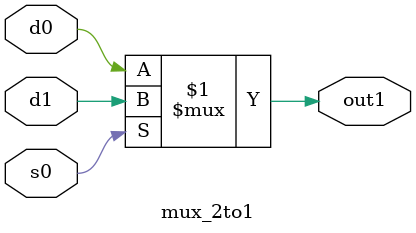
<source format=v>
`timescale 1ns / 1ps


module mux_2to1
    ( s0,
      d0, 
      d1, 
      out1
    );
    
    input  s0;
    input  d0;
    input  d1;
    output out1;
    
   // assign out1 = d0&~s0 | d1&s0;
    assign out1 = s0 ? d1 : d0;   //if s0 is 1, then d1 (1) else d0. 

//reg out1;                        //Stores the memory of the value everytime it's run.
                                   //Needs to be remembered. 
                                   //check only at this part. Otherwise it will continously check.   
//always @(s0 or d1 or d0) begin   //at any of these changes begin.
//     if(s0) 
//        assign out1 = d1;
//     else 
//        assign out1 = d0;
//     end        
/*
always @(*) begin   // * means at any change of input.
    case (s0)
     0: out1 = d0;
     1: out1 = d1;

    endcase
end
*/  
endmodule




















</source>
